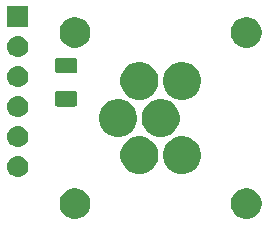
<source format=gts>
G04 #@! TF.GenerationSoftware,KiCad,Pcbnew,5.1.4+dfsg1-1*
G04 #@! TF.CreationDate,2020-04-13T00:01:02+02:00*
G04 #@! TF.ProjectId,C245_conn,43323435-5f63-46f6-9e6e-2e6b69636164,rev?*
G04 #@! TF.SameCoordinates,Original*
G04 #@! TF.FileFunction,Soldermask,Top*
G04 #@! TF.FilePolarity,Negative*
%FSLAX46Y46*%
G04 Gerber Fmt 4.6, Leading zero omitted, Abs format (unit mm)*
G04 Created by KiCad (PCBNEW 5.1.4+dfsg1-1) date 2020-04-13 00:01:02*
%MOMM*%
%LPD*%
G04 APERTURE LIST*
%ADD10C,0.100000*%
G04 APERTURE END LIST*
D10*
G36*
X107629487Y-106498996D02*
G01*
X107866253Y-106597068D01*
X107866255Y-106597069D01*
X108079339Y-106739447D01*
X108260553Y-106920661D01*
X108402932Y-107133747D01*
X108501004Y-107370513D01*
X108551000Y-107621861D01*
X108551000Y-107878139D01*
X108501004Y-108129487D01*
X108402932Y-108366253D01*
X108402931Y-108366255D01*
X108260553Y-108579339D01*
X108079339Y-108760553D01*
X107866255Y-108902931D01*
X107866254Y-108902932D01*
X107866253Y-108902932D01*
X107629487Y-109001004D01*
X107378139Y-109051000D01*
X107121861Y-109051000D01*
X106870513Y-109001004D01*
X106633747Y-108902932D01*
X106633746Y-108902932D01*
X106633745Y-108902931D01*
X106420661Y-108760553D01*
X106239447Y-108579339D01*
X106097069Y-108366255D01*
X106097068Y-108366253D01*
X105998996Y-108129487D01*
X105949000Y-107878139D01*
X105949000Y-107621861D01*
X105998996Y-107370513D01*
X106097068Y-107133747D01*
X106239447Y-106920661D01*
X106420661Y-106739447D01*
X106633745Y-106597069D01*
X106633747Y-106597068D01*
X106870513Y-106498996D01*
X107121861Y-106449000D01*
X107378139Y-106449000D01*
X107629487Y-106498996D01*
X107629487Y-106498996D01*
G37*
G36*
X93129487Y-106498996D02*
G01*
X93366253Y-106597068D01*
X93366255Y-106597069D01*
X93579339Y-106739447D01*
X93760553Y-106920661D01*
X93902932Y-107133747D01*
X94001004Y-107370513D01*
X94051000Y-107621861D01*
X94051000Y-107878139D01*
X94001004Y-108129487D01*
X93902932Y-108366253D01*
X93902931Y-108366255D01*
X93760553Y-108579339D01*
X93579339Y-108760553D01*
X93366255Y-108902931D01*
X93366254Y-108902932D01*
X93366253Y-108902932D01*
X93129487Y-109001004D01*
X92878139Y-109051000D01*
X92621861Y-109051000D01*
X92370513Y-109001004D01*
X92133747Y-108902932D01*
X92133746Y-108902932D01*
X92133745Y-108902931D01*
X91920661Y-108760553D01*
X91739447Y-108579339D01*
X91597069Y-108366255D01*
X91597068Y-108366253D01*
X91498996Y-108129487D01*
X91449000Y-107878139D01*
X91449000Y-107621861D01*
X91498996Y-107370513D01*
X91597068Y-107133747D01*
X91739447Y-106920661D01*
X91920661Y-106739447D01*
X92133745Y-106597069D01*
X92133747Y-106597068D01*
X92370513Y-106498996D01*
X92621861Y-106449000D01*
X92878139Y-106449000D01*
X93129487Y-106498996D01*
X93129487Y-106498996D01*
G37*
G36*
X88010442Y-103705518D02*
G01*
X88076627Y-103712037D01*
X88246466Y-103763557D01*
X88402991Y-103847222D01*
X88438729Y-103876552D01*
X88540186Y-103959814D01*
X88623448Y-104061271D01*
X88652778Y-104097009D01*
X88736443Y-104253534D01*
X88787963Y-104423373D01*
X88805359Y-104600000D01*
X88787963Y-104776627D01*
X88736443Y-104946466D01*
X88652778Y-105102991D01*
X88623448Y-105138729D01*
X88540186Y-105240186D01*
X88438729Y-105323448D01*
X88402991Y-105352778D01*
X88246466Y-105436443D01*
X88076627Y-105487963D01*
X88010442Y-105494482D01*
X87944260Y-105501000D01*
X87855740Y-105501000D01*
X87789557Y-105494481D01*
X87723373Y-105487963D01*
X87553534Y-105436443D01*
X87397009Y-105352778D01*
X87361271Y-105323448D01*
X87259814Y-105240186D01*
X87176552Y-105138729D01*
X87147222Y-105102991D01*
X87063557Y-104946466D01*
X87012037Y-104776627D01*
X86994641Y-104600000D01*
X87012037Y-104423373D01*
X87063557Y-104253534D01*
X87147222Y-104097009D01*
X87176552Y-104061271D01*
X87259814Y-103959814D01*
X87361271Y-103876552D01*
X87397009Y-103847222D01*
X87553534Y-103763557D01*
X87723373Y-103712037D01*
X87789557Y-103705519D01*
X87855740Y-103699000D01*
X87944260Y-103699000D01*
X88010442Y-103705518D01*
X88010442Y-103705518D01*
G37*
G36*
X101996217Y-102056665D02*
G01*
X102266995Y-102110525D01*
X102558358Y-102231212D01*
X102820578Y-102406422D01*
X103043578Y-102629422D01*
X103218788Y-102891642D01*
X103339475Y-103183005D01*
X103401000Y-103492315D01*
X103401000Y-103807685D01*
X103339475Y-104116995D01*
X103218788Y-104408358D01*
X103043578Y-104670578D01*
X102820578Y-104893578D01*
X102558358Y-105068788D01*
X102266995Y-105189475D01*
X102012056Y-105240185D01*
X101957686Y-105251000D01*
X101642314Y-105251000D01*
X101587944Y-105240185D01*
X101333005Y-105189475D01*
X101041642Y-105068788D01*
X100779422Y-104893578D01*
X100556422Y-104670578D01*
X100381212Y-104408358D01*
X100260525Y-104116995D01*
X100199000Y-103807685D01*
X100199000Y-103492315D01*
X100260525Y-103183005D01*
X100381212Y-102891642D01*
X100556422Y-102629422D01*
X100779422Y-102406422D01*
X101041642Y-102231212D01*
X101333005Y-102110525D01*
X101603783Y-102056665D01*
X101642314Y-102049000D01*
X101957686Y-102049000D01*
X101996217Y-102056665D01*
X101996217Y-102056665D01*
G37*
G36*
X98396217Y-102056665D02*
G01*
X98666995Y-102110525D01*
X98958358Y-102231212D01*
X99220578Y-102406422D01*
X99443578Y-102629422D01*
X99618788Y-102891642D01*
X99739475Y-103183005D01*
X99801000Y-103492315D01*
X99801000Y-103807685D01*
X99739475Y-104116995D01*
X99618788Y-104408358D01*
X99443578Y-104670578D01*
X99220578Y-104893578D01*
X98958358Y-105068788D01*
X98666995Y-105189475D01*
X98412056Y-105240185D01*
X98357686Y-105251000D01*
X98042314Y-105251000D01*
X97987944Y-105240185D01*
X97733005Y-105189475D01*
X97441642Y-105068788D01*
X97179422Y-104893578D01*
X96956422Y-104670578D01*
X96781212Y-104408358D01*
X96660525Y-104116995D01*
X96599000Y-103807685D01*
X96599000Y-103492315D01*
X96660525Y-103183005D01*
X96781212Y-102891642D01*
X96956422Y-102629422D01*
X97179422Y-102406422D01*
X97441642Y-102231212D01*
X97733005Y-102110525D01*
X98003783Y-102056665D01*
X98042314Y-102049000D01*
X98357686Y-102049000D01*
X98396217Y-102056665D01*
X98396217Y-102056665D01*
G37*
G36*
X88010443Y-101165519D02*
G01*
X88076627Y-101172037D01*
X88246466Y-101223557D01*
X88402991Y-101307222D01*
X88438729Y-101336552D01*
X88540186Y-101419814D01*
X88622879Y-101520577D01*
X88652778Y-101557009D01*
X88736443Y-101713534D01*
X88787963Y-101883373D01*
X88805359Y-102060000D01*
X88787963Y-102236627D01*
X88736443Y-102406466D01*
X88652778Y-102562991D01*
X88623448Y-102598729D01*
X88540186Y-102700186D01*
X88438729Y-102783448D01*
X88402991Y-102812778D01*
X88246466Y-102896443D01*
X88076627Y-102947963D01*
X88010443Y-102954481D01*
X87944260Y-102961000D01*
X87855740Y-102961000D01*
X87789557Y-102954481D01*
X87723373Y-102947963D01*
X87553534Y-102896443D01*
X87397009Y-102812778D01*
X87361271Y-102783448D01*
X87259814Y-102700186D01*
X87176552Y-102598729D01*
X87147222Y-102562991D01*
X87063557Y-102406466D01*
X87012037Y-102236627D01*
X86994641Y-102060000D01*
X87012037Y-101883373D01*
X87063557Y-101713534D01*
X87147222Y-101557009D01*
X87177121Y-101520577D01*
X87259814Y-101419814D01*
X87361271Y-101336552D01*
X87397009Y-101307222D01*
X87553534Y-101223557D01*
X87723373Y-101172037D01*
X87789557Y-101165519D01*
X87855740Y-101159000D01*
X87944260Y-101159000D01*
X88010443Y-101165519D01*
X88010443Y-101165519D01*
G37*
G36*
X100196217Y-98906665D02*
G01*
X100466995Y-98960525D01*
X100758358Y-99081212D01*
X101020578Y-99256422D01*
X101243578Y-99479422D01*
X101418788Y-99741642D01*
X101539475Y-100033005D01*
X101601000Y-100342315D01*
X101601000Y-100657685D01*
X101539475Y-100966995D01*
X101418788Y-101258358D01*
X101243578Y-101520578D01*
X101020578Y-101743578D01*
X100758358Y-101918788D01*
X100466995Y-102039475D01*
X100196217Y-102093335D01*
X100157686Y-102101000D01*
X99842314Y-102101000D01*
X99803783Y-102093335D01*
X99533005Y-102039475D01*
X99241642Y-101918788D01*
X98979422Y-101743578D01*
X98756422Y-101520578D01*
X98581212Y-101258358D01*
X98460525Y-100966995D01*
X98399000Y-100657685D01*
X98399000Y-100342315D01*
X98460525Y-100033005D01*
X98581212Y-99741642D01*
X98756422Y-99479422D01*
X98979422Y-99256422D01*
X99241642Y-99081212D01*
X99533005Y-98960525D01*
X99803783Y-98906665D01*
X99842314Y-98899000D01*
X100157686Y-98899000D01*
X100196217Y-98906665D01*
X100196217Y-98906665D01*
G37*
G36*
X96596217Y-98906665D02*
G01*
X96866995Y-98960525D01*
X97158358Y-99081212D01*
X97420578Y-99256422D01*
X97643578Y-99479422D01*
X97818788Y-99741642D01*
X97939475Y-100033005D01*
X98001000Y-100342315D01*
X98001000Y-100657685D01*
X97939475Y-100966995D01*
X97818788Y-101258358D01*
X97643578Y-101520578D01*
X97420578Y-101743578D01*
X97158358Y-101918788D01*
X96866995Y-102039475D01*
X96596217Y-102093335D01*
X96557686Y-102101000D01*
X96242314Y-102101000D01*
X96203783Y-102093335D01*
X95933005Y-102039475D01*
X95641642Y-101918788D01*
X95379422Y-101743578D01*
X95156422Y-101520578D01*
X94981212Y-101258358D01*
X94860525Y-100966995D01*
X94799000Y-100657685D01*
X94799000Y-100342315D01*
X94860525Y-100033005D01*
X94981212Y-99741642D01*
X95156422Y-99479422D01*
X95379422Y-99256422D01*
X95641642Y-99081212D01*
X95933005Y-98960525D01*
X96203783Y-98906665D01*
X96242314Y-98899000D01*
X96557686Y-98899000D01*
X96596217Y-98906665D01*
X96596217Y-98906665D01*
G37*
G36*
X88010442Y-98625518D02*
G01*
X88076627Y-98632037D01*
X88246466Y-98683557D01*
X88402991Y-98767222D01*
X88438729Y-98796552D01*
X88540186Y-98879814D01*
X88623448Y-98981271D01*
X88652778Y-99017009D01*
X88736443Y-99173534D01*
X88787963Y-99343373D01*
X88805359Y-99520000D01*
X88787963Y-99696627D01*
X88736443Y-99866466D01*
X88652778Y-100022991D01*
X88644558Y-100033007D01*
X88540186Y-100160186D01*
X88438729Y-100243448D01*
X88402991Y-100272778D01*
X88402989Y-100272779D01*
X88272898Y-100342315D01*
X88246466Y-100356443D01*
X88076627Y-100407963D01*
X88010442Y-100414482D01*
X87944260Y-100421000D01*
X87855740Y-100421000D01*
X87789558Y-100414482D01*
X87723373Y-100407963D01*
X87553534Y-100356443D01*
X87527103Y-100342315D01*
X87397011Y-100272779D01*
X87397009Y-100272778D01*
X87361271Y-100243448D01*
X87259814Y-100160186D01*
X87155442Y-100033007D01*
X87147222Y-100022991D01*
X87063557Y-99866466D01*
X87012037Y-99696627D01*
X86994641Y-99520000D01*
X87012037Y-99343373D01*
X87063557Y-99173534D01*
X87147222Y-99017009D01*
X87176552Y-98981271D01*
X87259814Y-98879814D01*
X87361271Y-98796552D01*
X87397009Y-98767222D01*
X87553534Y-98683557D01*
X87723373Y-98632037D01*
X87789558Y-98625518D01*
X87855740Y-98619000D01*
X87944260Y-98619000D01*
X88010442Y-98625518D01*
X88010442Y-98625518D01*
G37*
G36*
X92768604Y-98178347D02*
G01*
X92805144Y-98189432D01*
X92838821Y-98207433D01*
X92868341Y-98231659D01*
X92892567Y-98261179D01*
X92910568Y-98294856D01*
X92921653Y-98331396D01*
X92926000Y-98375538D01*
X92926000Y-99324462D01*
X92921653Y-99368604D01*
X92910568Y-99405144D01*
X92892567Y-99438821D01*
X92868341Y-99468341D01*
X92838821Y-99492567D01*
X92805144Y-99510568D01*
X92768604Y-99521653D01*
X92724462Y-99526000D01*
X91275538Y-99526000D01*
X91231396Y-99521653D01*
X91194856Y-99510568D01*
X91161179Y-99492567D01*
X91131659Y-99468341D01*
X91107433Y-99438821D01*
X91089432Y-99405144D01*
X91078347Y-99368604D01*
X91074000Y-99324462D01*
X91074000Y-98375538D01*
X91078347Y-98331396D01*
X91089432Y-98294856D01*
X91107433Y-98261179D01*
X91131659Y-98231659D01*
X91161179Y-98207433D01*
X91194856Y-98189432D01*
X91231396Y-98178347D01*
X91275538Y-98174000D01*
X92724462Y-98174000D01*
X92768604Y-98178347D01*
X92768604Y-98178347D01*
G37*
G36*
X101996217Y-95756665D02*
G01*
X102266995Y-95810525D01*
X102558358Y-95931212D01*
X102820578Y-96106422D01*
X103043578Y-96329422D01*
X103218788Y-96591642D01*
X103339475Y-96883005D01*
X103401000Y-97192315D01*
X103401000Y-97507685D01*
X103339475Y-97816995D01*
X103218788Y-98108358D01*
X103043578Y-98370578D01*
X102820578Y-98593578D01*
X102558358Y-98768788D01*
X102266995Y-98889475D01*
X101996217Y-98943335D01*
X101957686Y-98951000D01*
X101642314Y-98951000D01*
X101603783Y-98943335D01*
X101333005Y-98889475D01*
X101041642Y-98768788D01*
X100779422Y-98593578D01*
X100556422Y-98370578D01*
X100381212Y-98108358D01*
X100260525Y-97816995D01*
X100199000Y-97507685D01*
X100199000Y-97192315D01*
X100260525Y-96883005D01*
X100381212Y-96591642D01*
X100556422Y-96329422D01*
X100779422Y-96106422D01*
X101041642Y-95931212D01*
X101333005Y-95810525D01*
X101603783Y-95756665D01*
X101642314Y-95749000D01*
X101957686Y-95749000D01*
X101996217Y-95756665D01*
X101996217Y-95756665D01*
G37*
G36*
X98396217Y-95756665D02*
G01*
X98666995Y-95810525D01*
X98958358Y-95931212D01*
X99220578Y-96106422D01*
X99443578Y-96329422D01*
X99618788Y-96591642D01*
X99739475Y-96883005D01*
X99801000Y-97192315D01*
X99801000Y-97507685D01*
X99739475Y-97816995D01*
X99618788Y-98108358D01*
X99443578Y-98370578D01*
X99220578Y-98593578D01*
X98958358Y-98768788D01*
X98666995Y-98889475D01*
X98396217Y-98943335D01*
X98357686Y-98951000D01*
X98042314Y-98951000D01*
X98003783Y-98943335D01*
X97733005Y-98889475D01*
X97441642Y-98768788D01*
X97179422Y-98593578D01*
X96956422Y-98370578D01*
X96781212Y-98108358D01*
X96660525Y-97816995D01*
X96599000Y-97507685D01*
X96599000Y-97192315D01*
X96660525Y-96883005D01*
X96781212Y-96591642D01*
X96956422Y-96329422D01*
X97179422Y-96106422D01*
X97441642Y-95931212D01*
X97733005Y-95810525D01*
X98003783Y-95756665D01*
X98042314Y-95749000D01*
X98357686Y-95749000D01*
X98396217Y-95756665D01*
X98396217Y-95756665D01*
G37*
G36*
X88010443Y-96085519D02*
G01*
X88076627Y-96092037D01*
X88246466Y-96143557D01*
X88402991Y-96227222D01*
X88438729Y-96256552D01*
X88540186Y-96339814D01*
X88623448Y-96441271D01*
X88652778Y-96477009D01*
X88736443Y-96633534D01*
X88787963Y-96803373D01*
X88805359Y-96980000D01*
X88787963Y-97156627D01*
X88736443Y-97326466D01*
X88652778Y-97482991D01*
X88632512Y-97507685D01*
X88540186Y-97620186D01*
X88438729Y-97703448D01*
X88402991Y-97732778D01*
X88246466Y-97816443D01*
X88076627Y-97867963D01*
X88010443Y-97874481D01*
X87944260Y-97881000D01*
X87855740Y-97881000D01*
X87789558Y-97874482D01*
X87723373Y-97867963D01*
X87553534Y-97816443D01*
X87397009Y-97732778D01*
X87361271Y-97703448D01*
X87259814Y-97620186D01*
X87167488Y-97507685D01*
X87147222Y-97482991D01*
X87063557Y-97326466D01*
X87012037Y-97156627D01*
X86994641Y-96980000D01*
X87012037Y-96803373D01*
X87063557Y-96633534D01*
X87147222Y-96477009D01*
X87176552Y-96441271D01*
X87259814Y-96339814D01*
X87361271Y-96256552D01*
X87397009Y-96227222D01*
X87553534Y-96143557D01*
X87723373Y-96092037D01*
X87789557Y-96085519D01*
X87855740Y-96079000D01*
X87944260Y-96079000D01*
X88010443Y-96085519D01*
X88010443Y-96085519D01*
G37*
G36*
X92768604Y-95378347D02*
G01*
X92805144Y-95389432D01*
X92838821Y-95407433D01*
X92868341Y-95431659D01*
X92892567Y-95461179D01*
X92910568Y-95494856D01*
X92921653Y-95531396D01*
X92926000Y-95575538D01*
X92926000Y-96524462D01*
X92921653Y-96568604D01*
X92910568Y-96605144D01*
X92892567Y-96638821D01*
X92868341Y-96668341D01*
X92838821Y-96692567D01*
X92805144Y-96710568D01*
X92768604Y-96721653D01*
X92724462Y-96726000D01*
X91275538Y-96726000D01*
X91231396Y-96721653D01*
X91194856Y-96710568D01*
X91161179Y-96692567D01*
X91131659Y-96668341D01*
X91107433Y-96638821D01*
X91089432Y-96605144D01*
X91078347Y-96568604D01*
X91074000Y-96524462D01*
X91074000Y-95575538D01*
X91078347Y-95531396D01*
X91089432Y-95494856D01*
X91107433Y-95461179D01*
X91131659Y-95431659D01*
X91161179Y-95407433D01*
X91194856Y-95389432D01*
X91231396Y-95378347D01*
X91275538Y-95374000D01*
X92724462Y-95374000D01*
X92768604Y-95378347D01*
X92768604Y-95378347D01*
G37*
G36*
X88010442Y-93545518D02*
G01*
X88076627Y-93552037D01*
X88246466Y-93603557D01*
X88402991Y-93687222D01*
X88438729Y-93716552D01*
X88540186Y-93799814D01*
X88623448Y-93901271D01*
X88652778Y-93937009D01*
X88736443Y-94093534D01*
X88787963Y-94263373D01*
X88805359Y-94440000D01*
X88787963Y-94616627D01*
X88736443Y-94786466D01*
X88652778Y-94942991D01*
X88623448Y-94978729D01*
X88540186Y-95080186D01*
X88438729Y-95163448D01*
X88402991Y-95192778D01*
X88246466Y-95276443D01*
X88076627Y-95327963D01*
X88010443Y-95334481D01*
X87944260Y-95341000D01*
X87855740Y-95341000D01*
X87789557Y-95334481D01*
X87723373Y-95327963D01*
X87553534Y-95276443D01*
X87397009Y-95192778D01*
X87361271Y-95163448D01*
X87259814Y-95080186D01*
X87176552Y-94978729D01*
X87147222Y-94942991D01*
X87063557Y-94786466D01*
X87012037Y-94616627D01*
X86994641Y-94440000D01*
X87012037Y-94263373D01*
X87063557Y-94093534D01*
X87147222Y-93937009D01*
X87176552Y-93901271D01*
X87259814Y-93799814D01*
X87361271Y-93716552D01*
X87397009Y-93687222D01*
X87553534Y-93603557D01*
X87723373Y-93552037D01*
X87789558Y-93545518D01*
X87855740Y-93539000D01*
X87944260Y-93539000D01*
X88010442Y-93545518D01*
X88010442Y-93545518D01*
G37*
G36*
X107629487Y-91998996D02*
G01*
X107866253Y-92097068D01*
X107866255Y-92097069D01*
X108079339Y-92239447D01*
X108260553Y-92420661D01*
X108402932Y-92633747D01*
X108501004Y-92870513D01*
X108551000Y-93121861D01*
X108551000Y-93378139D01*
X108501004Y-93629487D01*
X108402932Y-93866253D01*
X108402931Y-93866255D01*
X108260553Y-94079339D01*
X108079339Y-94260553D01*
X107866255Y-94402931D01*
X107866254Y-94402932D01*
X107866253Y-94402932D01*
X107629487Y-94501004D01*
X107378139Y-94551000D01*
X107121861Y-94551000D01*
X106870513Y-94501004D01*
X106633747Y-94402932D01*
X106633746Y-94402932D01*
X106633745Y-94402931D01*
X106420661Y-94260553D01*
X106239447Y-94079339D01*
X106097069Y-93866255D01*
X106097068Y-93866253D01*
X105998996Y-93629487D01*
X105949000Y-93378139D01*
X105949000Y-93121861D01*
X105998996Y-92870513D01*
X106097068Y-92633747D01*
X106239447Y-92420661D01*
X106420661Y-92239447D01*
X106633745Y-92097069D01*
X106633747Y-92097068D01*
X106870513Y-91998996D01*
X107121861Y-91949000D01*
X107378139Y-91949000D01*
X107629487Y-91998996D01*
X107629487Y-91998996D01*
G37*
G36*
X93129487Y-91998996D02*
G01*
X93366253Y-92097068D01*
X93366255Y-92097069D01*
X93579339Y-92239447D01*
X93760553Y-92420661D01*
X93902932Y-92633747D01*
X94001004Y-92870513D01*
X94051000Y-93121861D01*
X94051000Y-93378139D01*
X94001004Y-93629487D01*
X93902932Y-93866253D01*
X93902931Y-93866255D01*
X93760553Y-94079339D01*
X93579339Y-94260553D01*
X93366255Y-94402931D01*
X93366254Y-94402932D01*
X93366253Y-94402932D01*
X93129487Y-94501004D01*
X92878139Y-94551000D01*
X92621861Y-94551000D01*
X92370513Y-94501004D01*
X92133747Y-94402932D01*
X92133746Y-94402932D01*
X92133745Y-94402931D01*
X91920661Y-94260553D01*
X91739447Y-94079339D01*
X91597069Y-93866255D01*
X91597068Y-93866253D01*
X91498996Y-93629487D01*
X91449000Y-93378139D01*
X91449000Y-93121861D01*
X91498996Y-92870513D01*
X91597068Y-92633747D01*
X91739447Y-92420661D01*
X91920661Y-92239447D01*
X92133745Y-92097069D01*
X92133747Y-92097068D01*
X92370513Y-91998996D01*
X92621861Y-91949000D01*
X92878139Y-91949000D01*
X93129487Y-91998996D01*
X93129487Y-91998996D01*
G37*
G36*
X88801000Y-92801000D02*
G01*
X86999000Y-92801000D01*
X86999000Y-90999000D01*
X88801000Y-90999000D01*
X88801000Y-92801000D01*
X88801000Y-92801000D01*
G37*
M02*

</source>
